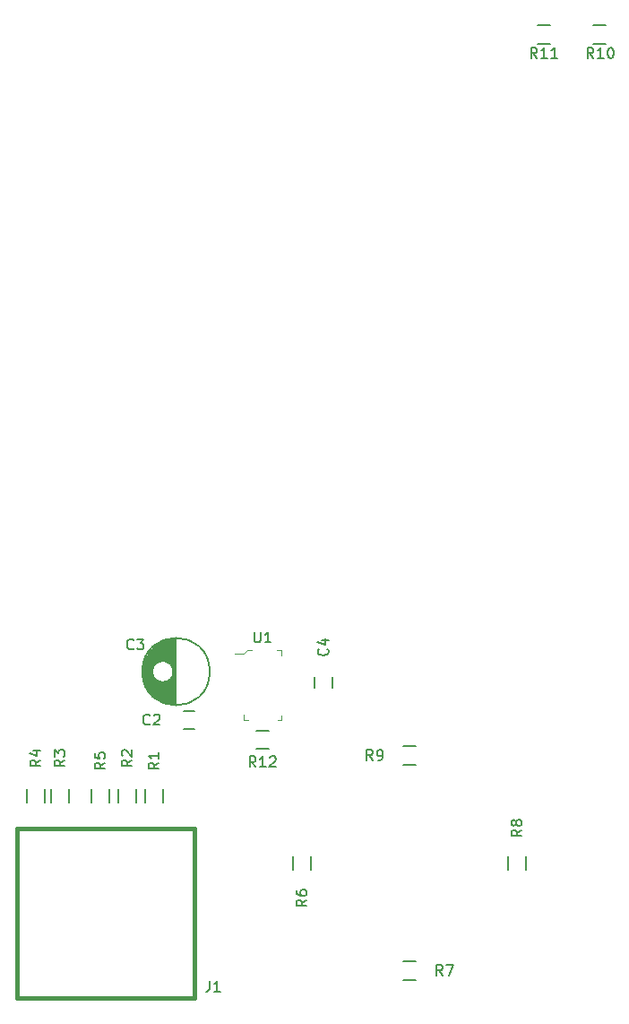
<source format=gbr>
G04 #@! TF.FileFunction,Legend,Top*
%FSLAX46Y46*%
G04 Gerber Fmt 4.6, Leading zero omitted, Abs format (unit mm)*
G04 Created by KiCad (PCBNEW 4.0.2+dfsg1-stable) date Mon 11 Jun 2018 12:13:27 PM EDT*
%MOMM*%
G01*
G04 APERTURE LIST*
%ADD10C,0.100000*%
%ADD11C,0.150000*%
%ADD12C,0.381000*%
G04 APERTURE END LIST*
D10*
D11*
X69709000Y-127670000D02*
X69709000Y-128870000D01*
X67959000Y-128870000D02*
X67959000Y-127670000D01*
X115376400Y-55513000D02*
X116576400Y-55513000D01*
X116576400Y-57263000D02*
X115376400Y-57263000D01*
X110144000Y-55513000D02*
X111344000Y-55513000D01*
X111344000Y-57263000D02*
X110144000Y-57263000D01*
X76734929Y-121960373D02*
X77734929Y-121960373D01*
X77734929Y-120260373D02*
X76734929Y-120260373D01*
X75909929Y-119687373D02*
X75909929Y-113389373D01*
X75769929Y-119681373D02*
X75769929Y-113395373D01*
X75629929Y-119668373D02*
X75629929Y-116984373D01*
X75629929Y-116092373D02*
X75629929Y-113408373D01*
X75489929Y-119649373D02*
X75489929Y-117194373D01*
X75489929Y-115882373D02*
X75489929Y-113427373D01*
X75349929Y-119623373D02*
X75349929Y-117327373D01*
X75349929Y-115749373D02*
X75349929Y-113453373D01*
X75209929Y-119591373D02*
X75209929Y-117418373D01*
X75209929Y-115658373D02*
X75209929Y-113485373D01*
X75069929Y-119552373D02*
X75069929Y-117480373D01*
X75069929Y-115596373D02*
X75069929Y-113524373D01*
X74929929Y-119506373D02*
X74929929Y-117519373D01*
X74929929Y-115557373D02*
X74929929Y-113570373D01*
X74789929Y-119453373D02*
X74789929Y-117536373D01*
X74789929Y-115540373D02*
X74789929Y-113623373D01*
X74649929Y-119391373D02*
X74649929Y-117534373D01*
X74649929Y-115542373D02*
X74649929Y-113685373D01*
X74509929Y-119321373D02*
X74509929Y-117512373D01*
X74509929Y-115564373D02*
X74509929Y-113755373D01*
X74369929Y-119242373D02*
X74369929Y-117469373D01*
X74369929Y-115607373D02*
X74369929Y-113834373D01*
X74229929Y-119154373D02*
X74229929Y-117401373D01*
X74229929Y-115675373D02*
X74229929Y-113922373D01*
X74089929Y-119054373D02*
X74089929Y-117302373D01*
X74089929Y-115774373D02*
X74089929Y-114022373D01*
X73949929Y-118942373D02*
X73949929Y-117157373D01*
X73949929Y-115919373D02*
X73949929Y-114134373D01*
X73809929Y-118817373D02*
X73809929Y-116918373D01*
X73809929Y-116158373D02*
X73809929Y-114259373D01*
X73669929Y-118674373D02*
X73669929Y-114402373D01*
X73529929Y-118512373D02*
X73529929Y-114564373D01*
X73389929Y-118324373D02*
X73389929Y-114752373D01*
X73249929Y-118101373D02*
X73249929Y-114975373D01*
X73109929Y-117825373D02*
X73109929Y-115251373D01*
X72969929Y-117450373D02*
X72969929Y-115626373D01*
X75734929Y-116538373D02*
G75*
G03X75734929Y-116538373I-1000000J0D01*
G01*
X79172429Y-116538373D02*
G75*
G03X79172429Y-116538373I-3187500J0D01*
G01*
X89084929Y-117054373D02*
X89084929Y-118054373D01*
X90784929Y-118054373D02*
X90784929Y-117054373D01*
X74789000Y-127670000D02*
X74789000Y-128870000D01*
X73039000Y-128870000D02*
X73039000Y-127670000D01*
X72249000Y-127670000D02*
X72249000Y-128870000D01*
X70499000Y-128870000D02*
X70499000Y-127670000D01*
X65899000Y-127670000D02*
X65899000Y-128870000D01*
X64149000Y-128870000D02*
X64149000Y-127670000D01*
X61863000Y-128870000D02*
X61863000Y-127670000D01*
X63613000Y-127670000D02*
X63613000Y-128870000D01*
D10*
X83169929Y-114533373D02*
X82694929Y-114533373D01*
X82694929Y-114533373D02*
X82369929Y-114833373D01*
X82369929Y-114833373D02*
X81569929Y-114833373D01*
X82844929Y-121083373D02*
X82369929Y-121083373D01*
X82369929Y-121083373D02*
X82369929Y-120633373D01*
X85919929Y-115033373D02*
X85919929Y-114533373D01*
X85919929Y-114533373D02*
X85519929Y-114533373D01*
X85919929Y-120708373D02*
X85919929Y-121083373D01*
X85919929Y-121083373D02*
X85619929Y-121083373D01*
D11*
X88759000Y-134020000D02*
X88759000Y-135220000D01*
X87009000Y-135220000D02*
X87009000Y-134020000D01*
X97444000Y-143905000D02*
X98644000Y-143905000D01*
X98644000Y-145655000D02*
X97444000Y-145655000D01*
X107329000Y-135220000D02*
X107329000Y-134020000D01*
X109079000Y-134020000D02*
X109079000Y-135220000D01*
X98644000Y-125335000D02*
X97444000Y-125335000D01*
X97444000Y-123585000D02*
X98644000Y-123585000D01*
X83549993Y-122107401D02*
X84749993Y-122107401D01*
X84749993Y-123857401D02*
X83549993Y-123857401D01*
D12*
X77724000Y-131318000D02*
X60960000Y-131318000D01*
X77724000Y-147320000D02*
X77724000Y-131318000D01*
X60960000Y-147320000D02*
X77724000Y-147320000D01*
X60960000Y-131318000D02*
X60960000Y-147320000D01*
D11*
X69286381Y-125134666D02*
X68810190Y-125468000D01*
X69286381Y-125706095D02*
X68286381Y-125706095D01*
X68286381Y-125325142D01*
X68334000Y-125229904D01*
X68381619Y-125182285D01*
X68476857Y-125134666D01*
X68619714Y-125134666D01*
X68714952Y-125182285D01*
X68762571Y-125229904D01*
X68810190Y-125325142D01*
X68810190Y-125706095D01*
X68286381Y-124229904D02*
X68286381Y-124706095D01*
X68762571Y-124753714D01*
X68714952Y-124706095D01*
X68667333Y-124610857D01*
X68667333Y-124372761D01*
X68714952Y-124277523D01*
X68762571Y-124229904D01*
X68857810Y-124182285D01*
X69095905Y-124182285D01*
X69191143Y-124229904D01*
X69238762Y-124277523D01*
X69286381Y-124372761D01*
X69286381Y-124610857D01*
X69238762Y-124706095D01*
X69191143Y-124753714D01*
X115435143Y-58618381D02*
X115101809Y-58142190D01*
X114863714Y-58618381D02*
X114863714Y-57618381D01*
X115244667Y-57618381D01*
X115339905Y-57666000D01*
X115387524Y-57713619D01*
X115435143Y-57808857D01*
X115435143Y-57951714D01*
X115387524Y-58046952D01*
X115339905Y-58094571D01*
X115244667Y-58142190D01*
X114863714Y-58142190D01*
X116387524Y-58618381D02*
X115816095Y-58618381D01*
X116101809Y-58618381D02*
X116101809Y-57618381D01*
X116006571Y-57761238D01*
X115911333Y-57856476D01*
X115816095Y-57904095D01*
X117006571Y-57618381D02*
X117101810Y-57618381D01*
X117197048Y-57666000D01*
X117244667Y-57713619D01*
X117292286Y-57808857D01*
X117339905Y-57999333D01*
X117339905Y-58237429D01*
X117292286Y-58427905D01*
X117244667Y-58523143D01*
X117197048Y-58570762D01*
X117101810Y-58618381D01*
X117006571Y-58618381D01*
X116911333Y-58570762D01*
X116863714Y-58523143D01*
X116816095Y-58427905D01*
X116768476Y-58237429D01*
X116768476Y-57999333D01*
X116816095Y-57808857D01*
X116863714Y-57713619D01*
X116911333Y-57666000D01*
X117006571Y-57618381D01*
X110101143Y-58618381D02*
X109767809Y-58142190D01*
X109529714Y-58618381D02*
X109529714Y-57618381D01*
X109910667Y-57618381D01*
X110005905Y-57666000D01*
X110053524Y-57713619D01*
X110101143Y-57808857D01*
X110101143Y-57951714D01*
X110053524Y-58046952D01*
X110005905Y-58094571D01*
X109910667Y-58142190D01*
X109529714Y-58142190D01*
X111053524Y-58618381D02*
X110482095Y-58618381D01*
X110767809Y-58618381D02*
X110767809Y-57618381D01*
X110672571Y-57761238D01*
X110577333Y-57856476D01*
X110482095Y-57904095D01*
X112005905Y-58618381D02*
X111434476Y-58618381D01*
X111720190Y-58618381D02*
X111720190Y-57618381D01*
X111624952Y-57761238D01*
X111529714Y-57856476D01*
X111434476Y-57904095D01*
X73512263Y-121467516D02*
X73464644Y-121515135D01*
X73321787Y-121562754D01*
X73226549Y-121562754D01*
X73083691Y-121515135D01*
X72988453Y-121419897D01*
X72940834Y-121324659D01*
X72893215Y-121134183D01*
X72893215Y-120991325D01*
X72940834Y-120800849D01*
X72988453Y-120705611D01*
X73083691Y-120610373D01*
X73226549Y-120562754D01*
X73321787Y-120562754D01*
X73464644Y-120610373D01*
X73512263Y-120657992D01*
X73893215Y-120657992D02*
X73940834Y-120610373D01*
X74036072Y-120562754D01*
X74274168Y-120562754D01*
X74369406Y-120610373D01*
X74417025Y-120657992D01*
X74464644Y-120753230D01*
X74464644Y-120848468D01*
X74417025Y-120991325D01*
X73845596Y-121562754D01*
X74464644Y-121562754D01*
X71988263Y-114355516D02*
X71940644Y-114403135D01*
X71797787Y-114450754D01*
X71702549Y-114450754D01*
X71559691Y-114403135D01*
X71464453Y-114307897D01*
X71416834Y-114212659D01*
X71369215Y-114022183D01*
X71369215Y-113879325D01*
X71416834Y-113688849D01*
X71464453Y-113593611D01*
X71559691Y-113498373D01*
X71702549Y-113450754D01*
X71797787Y-113450754D01*
X71940644Y-113498373D01*
X71988263Y-113545992D01*
X72321596Y-113450754D02*
X72940644Y-113450754D01*
X72607310Y-113831706D01*
X72750168Y-113831706D01*
X72845406Y-113879325D01*
X72893025Y-113926944D01*
X72940644Y-114022183D01*
X72940644Y-114260278D01*
X72893025Y-114355516D01*
X72845406Y-114403135D01*
X72750168Y-114450754D01*
X72464453Y-114450754D01*
X72369215Y-114403135D01*
X72321596Y-114355516D01*
X90292072Y-114399039D02*
X90339691Y-114446658D01*
X90387310Y-114589515D01*
X90387310Y-114684753D01*
X90339691Y-114827611D01*
X90244453Y-114922849D01*
X90149215Y-114970468D01*
X89958739Y-115018087D01*
X89815881Y-115018087D01*
X89625405Y-114970468D01*
X89530167Y-114922849D01*
X89434929Y-114827611D01*
X89387310Y-114684753D01*
X89387310Y-114589515D01*
X89434929Y-114446658D01*
X89482548Y-114399039D01*
X89720643Y-113541896D02*
X90387310Y-113541896D01*
X89339691Y-113779992D02*
X90053977Y-114018087D01*
X90053977Y-113399039D01*
X74366381Y-125134666D02*
X73890190Y-125468000D01*
X74366381Y-125706095D02*
X73366381Y-125706095D01*
X73366381Y-125325142D01*
X73414000Y-125229904D01*
X73461619Y-125182285D01*
X73556857Y-125134666D01*
X73699714Y-125134666D01*
X73794952Y-125182285D01*
X73842571Y-125229904D01*
X73890190Y-125325142D01*
X73890190Y-125706095D01*
X74366381Y-124182285D02*
X74366381Y-124753714D01*
X74366381Y-124468000D02*
X73366381Y-124468000D01*
X73509238Y-124563238D01*
X73604476Y-124658476D01*
X73652095Y-124753714D01*
X71826381Y-124880666D02*
X71350190Y-125214000D01*
X71826381Y-125452095D02*
X70826381Y-125452095D01*
X70826381Y-125071142D01*
X70874000Y-124975904D01*
X70921619Y-124928285D01*
X71016857Y-124880666D01*
X71159714Y-124880666D01*
X71254952Y-124928285D01*
X71302571Y-124975904D01*
X71350190Y-125071142D01*
X71350190Y-125452095D01*
X70921619Y-124499714D02*
X70874000Y-124452095D01*
X70826381Y-124356857D01*
X70826381Y-124118761D01*
X70874000Y-124023523D01*
X70921619Y-123975904D01*
X71016857Y-123928285D01*
X71112095Y-123928285D01*
X71254952Y-123975904D01*
X71826381Y-124547333D01*
X71826381Y-123928285D01*
X65476381Y-124880666D02*
X65000190Y-125214000D01*
X65476381Y-125452095D02*
X64476381Y-125452095D01*
X64476381Y-125071142D01*
X64524000Y-124975904D01*
X64571619Y-124928285D01*
X64666857Y-124880666D01*
X64809714Y-124880666D01*
X64904952Y-124928285D01*
X64952571Y-124975904D01*
X65000190Y-125071142D01*
X65000190Y-125452095D01*
X64476381Y-124547333D02*
X64476381Y-123928285D01*
X64857333Y-124261619D01*
X64857333Y-124118761D01*
X64904952Y-124023523D01*
X64952571Y-123975904D01*
X65047810Y-123928285D01*
X65285905Y-123928285D01*
X65381143Y-123975904D01*
X65428762Y-124023523D01*
X65476381Y-124118761D01*
X65476381Y-124404476D01*
X65428762Y-124499714D01*
X65381143Y-124547333D01*
X63190381Y-124880666D02*
X62714190Y-125214000D01*
X63190381Y-125452095D02*
X62190381Y-125452095D01*
X62190381Y-125071142D01*
X62238000Y-124975904D01*
X62285619Y-124928285D01*
X62380857Y-124880666D01*
X62523714Y-124880666D01*
X62618952Y-124928285D01*
X62666571Y-124975904D01*
X62714190Y-125071142D01*
X62714190Y-125452095D01*
X62523714Y-124023523D02*
X63190381Y-124023523D01*
X62142762Y-124261619D02*
X62857048Y-124499714D01*
X62857048Y-123880666D01*
X83388088Y-112782782D02*
X83388088Y-113592306D01*
X83435707Y-113687544D01*
X83483326Y-113735163D01*
X83578564Y-113782782D01*
X83769041Y-113782782D01*
X83864279Y-113735163D01*
X83911898Y-113687544D01*
X83959517Y-113592306D01*
X83959517Y-112782782D01*
X84959517Y-113782782D02*
X84388088Y-113782782D01*
X84673802Y-113782782D02*
X84673802Y-112782782D01*
X84578564Y-112925639D01*
X84483326Y-113020877D01*
X84388088Y-113068496D01*
X88336381Y-138088666D02*
X87860190Y-138422000D01*
X88336381Y-138660095D02*
X87336381Y-138660095D01*
X87336381Y-138279142D01*
X87384000Y-138183904D01*
X87431619Y-138136285D01*
X87526857Y-138088666D01*
X87669714Y-138088666D01*
X87764952Y-138136285D01*
X87812571Y-138183904D01*
X87860190Y-138279142D01*
X87860190Y-138660095D01*
X87336381Y-137231523D02*
X87336381Y-137422000D01*
X87384000Y-137517238D01*
X87431619Y-137564857D01*
X87574476Y-137660095D01*
X87764952Y-137707714D01*
X88145905Y-137707714D01*
X88241143Y-137660095D01*
X88288762Y-137612476D01*
X88336381Y-137517238D01*
X88336381Y-137326761D01*
X88288762Y-137231523D01*
X88241143Y-137183904D01*
X88145905Y-137136285D01*
X87907810Y-137136285D01*
X87812571Y-137183904D01*
X87764952Y-137231523D01*
X87717333Y-137326761D01*
X87717333Y-137517238D01*
X87764952Y-137612476D01*
X87812571Y-137660095D01*
X87907810Y-137707714D01*
X101179334Y-145232381D02*
X100846000Y-144756190D01*
X100607905Y-145232381D02*
X100607905Y-144232381D01*
X100988858Y-144232381D01*
X101084096Y-144280000D01*
X101131715Y-144327619D01*
X101179334Y-144422857D01*
X101179334Y-144565714D01*
X101131715Y-144660952D01*
X101084096Y-144708571D01*
X100988858Y-144756190D01*
X100607905Y-144756190D01*
X101512667Y-144232381D02*
X102179334Y-144232381D01*
X101750762Y-145232381D01*
X108656381Y-131484666D02*
X108180190Y-131818000D01*
X108656381Y-132056095D02*
X107656381Y-132056095D01*
X107656381Y-131675142D01*
X107704000Y-131579904D01*
X107751619Y-131532285D01*
X107846857Y-131484666D01*
X107989714Y-131484666D01*
X108084952Y-131532285D01*
X108132571Y-131579904D01*
X108180190Y-131675142D01*
X108180190Y-132056095D01*
X108084952Y-130913238D02*
X108037333Y-131008476D01*
X107989714Y-131056095D01*
X107894476Y-131103714D01*
X107846857Y-131103714D01*
X107751619Y-131056095D01*
X107704000Y-131008476D01*
X107656381Y-130913238D01*
X107656381Y-130722761D01*
X107704000Y-130627523D01*
X107751619Y-130579904D01*
X107846857Y-130532285D01*
X107894476Y-130532285D01*
X107989714Y-130579904D01*
X108037333Y-130627523D01*
X108084952Y-130722761D01*
X108084952Y-130913238D01*
X108132571Y-131008476D01*
X108180190Y-131056095D01*
X108275429Y-131103714D01*
X108465905Y-131103714D01*
X108561143Y-131056095D01*
X108608762Y-131008476D01*
X108656381Y-130913238D01*
X108656381Y-130722761D01*
X108608762Y-130627523D01*
X108561143Y-130579904D01*
X108465905Y-130532285D01*
X108275429Y-130532285D01*
X108180190Y-130579904D01*
X108132571Y-130627523D01*
X108084952Y-130722761D01*
X94575334Y-124912381D02*
X94242000Y-124436190D01*
X94003905Y-124912381D02*
X94003905Y-123912381D01*
X94384858Y-123912381D01*
X94480096Y-123960000D01*
X94527715Y-124007619D01*
X94575334Y-124102857D01*
X94575334Y-124245714D01*
X94527715Y-124340952D01*
X94480096Y-124388571D01*
X94384858Y-124436190D01*
X94003905Y-124436190D01*
X95051524Y-124912381D02*
X95242000Y-124912381D01*
X95337239Y-124864762D01*
X95384858Y-124817143D01*
X95480096Y-124674286D01*
X95527715Y-124483810D01*
X95527715Y-124102857D01*
X95480096Y-124007619D01*
X95432477Y-123960000D01*
X95337239Y-123912381D01*
X95146762Y-123912381D01*
X95051524Y-123960000D01*
X95003905Y-124007619D01*
X94956286Y-124102857D01*
X94956286Y-124340952D01*
X95003905Y-124436190D01*
X95051524Y-124483810D01*
X95146762Y-124531429D01*
X95337239Y-124531429D01*
X95432477Y-124483810D01*
X95480096Y-124436190D01*
X95527715Y-124340952D01*
X83507136Y-125534782D02*
X83173802Y-125058591D01*
X82935707Y-125534782D02*
X82935707Y-124534782D01*
X83316660Y-124534782D01*
X83411898Y-124582401D01*
X83459517Y-124630020D01*
X83507136Y-124725258D01*
X83507136Y-124868115D01*
X83459517Y-124963353D01*
X83411898Y-125010972D01*
X83316660Y-125058591D01*
X82935707Y-125058591D01*
X84459517Y-125534782D02*
X83888088Y-125534782D01*
X84173802Y-125534782D02*
X84173802Y-124534782D01*
X84078564Y-124677639D01*
X83983326Y-124772877D01*
X83888088Y-124820496D01*
X84840469Y-124630020D02*
X84888088Y-124582401D01*
X84983326Y-124534782D01*
X85221422Y-124534782D01*
X85316660Y-124582401D01*
X85364279Y-124630020D01*
X85411898Y-124725258D01*
X85411898Y-124820496D01*
X85364279Y-124963353D01*
X84792850Y-125534782D01*
X85411898Y-125534782D01*
X79168667Y-145756381D02*
X79168667Y-146470667D01*
X79121047Y-146613524D01*
X79025809Y-146708762D01*
X78882952Y-146756381D01*
X78787714Y-146756381D01*
X80168667Y-146756381D02*
X79597238Y-146756381D01*
X79882952Y-146756381D02*
X79882952Y-145756381D01*
X79787714Y-145899238D01*
X79692476Y-145994476D01*
X79597238Y-146042095D01*
M02*

</source>
